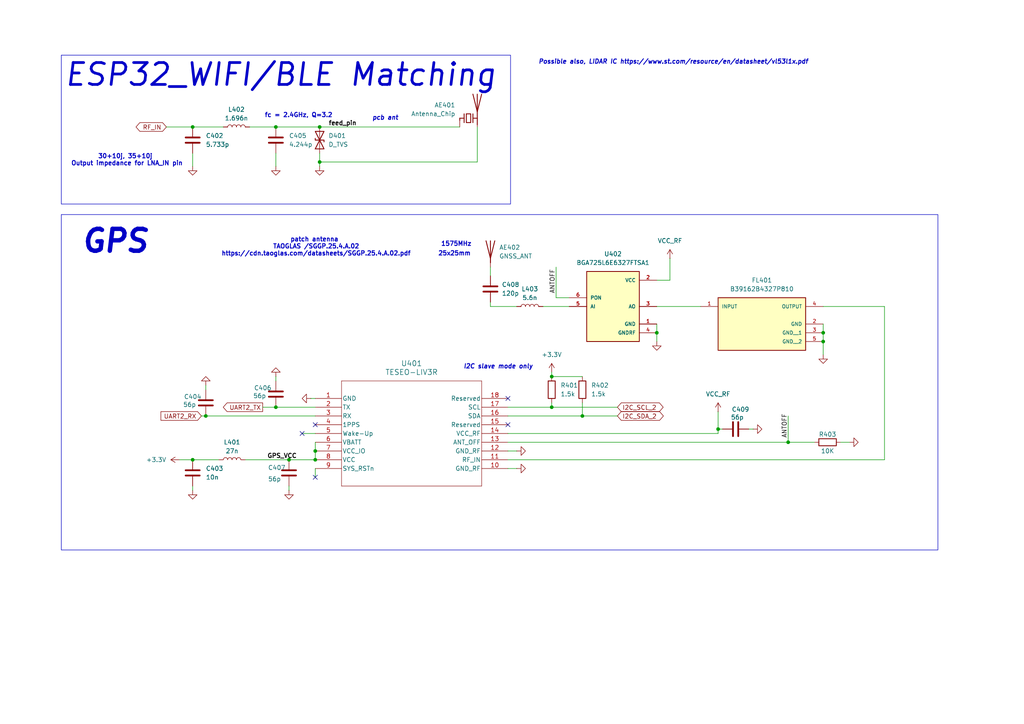
<source format=kicad_sch>
(kicad_sch (version 20250114) (generator "eeschema") (generator_version "9.0")
  (paper "A4")
  (lib_symbols
    (symbol "Device:Antenna" (pin_numbers (hide yes)) (pin_names (offset 1.016) (hide yes))
      (property "Reference" "AE" (at -1.905 1.905 0))
      (property "Value" "Antenna" (at -1.905 0 0))
      (symbol "Antenna_0_1"
        (polyline (pts (xy 0 2.54) (xy 0 -3.81)) (stroke (width 0.254)))
        (polyline (pts (xy 1.27 2.54) (xy 0 -2.54) (xy -1.27 2.54)) (stroke (width 0.254)))
      )
      (symbol "Antenna_1_1"
        (pin input line (at 0 -5.08 90) (length 2.54) (name "A") (number "1"))
      )
    )
    (symbol "Device:Antenna_Chip" (pin_numbers (hide yes)) (pin_names (offset 1.016) (hide yes))
      (property "Reference" "AE" (at 0 5.08 0))
      (property "Value" "Antenna_Chip" (at 0 3.175 0))
      (symbol "Antenna_Chip_0_1"
        (polyline (pts (xy -2.54 0) (xy -2.54 -0.635)) (stroke (width 0.254)))
        (polyline (pts (xy -2.54 0) (xy -1.27 0)) (stroke (width 0.254)))
        (polyline (pts (xy -1.27 1.27) (xy -1.27 -1.27) (xy -1.27 0)) (stroke (width 0.254)))
        (polyline (pts (xy -0.635 1.27) (xy 0.635 1.27) (xy 0.635 -1.27) (xy -0.635 -1.27) (xy -0.635 1.27)) (stroke (width 0.254)))
        (polyline (pts (xy 1.27 1.27) (xy 1.27 -1.27)) (stroke (width 0.254)))
        (polyline (pts (xy 1.27 0) (xy 2.54 0)) (stroke (width 0.254)))
        (polyline (pts (xy 2.54 6.985) (xy 2.54 -1.905)) (stroke (width 0.254)))
        (polyline (pts (xy 2.54 -0.635) (xy 2.54 0)))
        (polyline (pts (xy 3.81 6.985) (xy 2.54 1.905) (xy 1.27 6.985)) (stroke (width 0.254)))
      )
      (symbol "Antenna_Chip_1_1"
        (pin input line (at -2.54 -2.54 90) (length 2.54) (name "FEED") (number "1"))
        (pin passive line (at 2.54 -2.54 90) (length 2.54) (name "PCB_Trace") (number "2"))
      )
    )
    (symbol "Device:C" (pin_numbers (hide yes)) (pin_names (offset 0.254))
      (property "Reference" "C" (at 0.635 2.54 0))
      (property "Value" "C" (at 0.635 -2.54 0))
      (symbol "C_0_1"
        (polyline (pts (xy -2.032 0.762) (xy 2.032 0.762)) (stroke (width 0.508)))
        (polyline (pts (xy -2.032 -0.762) (xy 2.032 -0.762)) (stroke (width 0.508)))
      )
      (symbol "C_1_1"
        (pin passive line (at 0 3.81 270) (length 2.794) (name "~") (number "1"))
        (pin passive line (at 0 -3.81 90) (length 2.794) (name "~") (number "2"))
      )
    )
    (symbol "Device:D_TVS" (pin_numbers (hide yes)) (pin_names (offset 1.016) (hide yes))
      (property "Reference" "D" (at 0 2.54 0))
      (property "Value" "D_TVS" (at 0 -2.54 0))
      (symbol "D_TVS_0_1"
        (polyline (pts (xy -2.54 1.27) (xy -2.54 -1.27) (xy 2.54 1.27) (xy 2.54 -1.27) (xy -2.54 1.27)) (stroke (width 0.254)))
        (polyline (pts (xy 0.508 1.27) (xy 0 1.27) (xy 0 -1.27) (xy -0.508 -1.27)) (stroke (width 0.254)))
        (polyline (pts (xy 1.27 0) (xy -1.27 0)))
      )
      (symbol "D_TVS_1_1"
        (pin passive line (at -3.81 0 0) (length 2.54) (name "A1") (number "1"))
        (pin passive line (at 3.81 0 180) (length 2.54) (name "A2") (number "2"))
      )
    )
    (symbol "Device:L" (pin_numbers (hide yes)) (pin_names (offset 1.016) (hide yes))
      (property "Reference" "L" (at -1.27 0 90))
      (property "Value" "L" (at 1.905 0 90))
      (symbol "L_0_1"
        (arc (start 0 2.54) (mid 0.6323 1.905) (end 0 1.27))
        (arc (start 0 1.27) (mid 0.6323 0.635) (end 0 0))
        (arc (start 0 0) (mid 0.6323 -0.635) (end 0 -1.27))
        (arc (start 0 -1.27) (mid 0.6323 -1.905) (end 0 -2.54))
      )
      (symbol "L_1_1"
        (pin passive line (at 0 3.81 270) (length 1.27) (name "1") (number "1"))
        (pin passive line (at 0 -3.81 90) (length 1.27) (name "2") (number "2"))
      )
    )
    (symbol "Device:R" (pin_numbers (hide yes)) (pin_names (offset 0))
      (property "Reference" "R" (at 2.032 0 90))
      (property "Value" "R" (at 0 0 90))
      (symbol "R_0_1"
        (rectangle (start -1.016 -2.54) (end 1.016 2.54) (stroke (width 0.254)))
      )
      (symbol "R_1_1"
        (pin passive line (at 0 3.81 270) (length 1.27) (name "~") (number "1"))
        (pin passive line (at 0 -3.81 90) (length 1.27) (name "~") (number "2"))
      )
    )
    (symbol "Non_KiCad_Symbols:B39162B4327P810" (pin_names (offset 1.016))
      (property "Reference" "FL" (at -12.7 5.588 0))
      (property "Value" "B39162B4327P810" (at -12.7 -12.7 0))
      (symbol "B39162B4327P810_0_0"
        (rectangle (start -12.7 -10.16) (end 12.7 5.08) (stroke (width 0.254)) (fill (type background)))
        (pin input line (at -17.78 2.54 0) (length 5.08) (name "INPUT") (number "1"))
        (pin output line (at 17.78 2.54 180) (length 5.08) (name "OUTPUT") (number "4"))
        (pin power_in line (at 17.78 -2.54 180) (length 5.08) (name "GND") (number "2"))
        (pin power_in line (at 17.78 -5.08 180) (length 5.08) (name "GND__1") (number "3"))
        (pin power_in line (at 17.78 -7.62 180) (length 5.08) (name "GND__2") (number "5"))
      )
    )
    (symbol "Non_KiCad_Symbols:BGA725L6E6327FTSA1" (pin_names (offset 1.016))
      (property "Reference" "U" (at -7.62 10.668 0))
      (property "Value" "BGA725L6E6327FTSA1" (at -7.62 -12.7 0))
      (symbol "BGA725L6E6327FTSA1_0_0"
        (rectangle (start -7.62 -10.16) (end 7.62 10.16) (stroke (width 0.254)) (fill (type background)))
        (pin input line (at -12.7 2.54 0) (length 5.08) (name "PON") (number "6"))
        (pin input line (at -12.7 0 0) (length 5.08) (name "AI") (number "5"))
        (pin power_in line (at 12.7 7.62 180) (length 5.08) (name "VCC") (number "2"))
        (pin output line (at 12.7 0 180) (length 5.08) (name "AO") (number "3"))
        (pin power_in line (at 12.7 -5.08 180) (length 5.08) (name "GND") (number "1"))
        (pin power_in line (at 12.7 -7.62 180) (length 5.08) (name "GNDRF") (number "4"))
      )
    )
    (symbol "Non_KiCad_Symbols:TESEO-LIV3R" (pin_names (offset 0.254))
      (property "Reference" "U" (at 27.94 10.16 0))
      (property "Value" "TESEO-LIV3R" (at 27.94 7.62 0))
      (symbol "TESEO-LIV3R_0_1"
        (polyline (pts (xy 7.62 5.08) (xy 7.62 -25.4)) (stroke (width 0.127)))
        (polyline (pts (xy 7.62 -25.4) (xy 48.26 -25.4)) (stroke (width 0.127)))
        (polyline (pts (xy 48.26 5.08) (xy 7.62 5.08)) (stroke (width 0.127)))
        (polyline (pts (xy 48.26 -25.4) (xy 48.26 5.08)) (stroke (width 0.127)))
        (pin power_out line (at 0 0 0) (length 7.62) (name "GND") (number "1"))
        (pin unspecified line (at 0 -2.54 0) (length 7.62) (name "TX") (number "2"))
        (pin unspecified line (at 0 -5.08 0) (length 7.62) (name "RX") (number "3"))
        (pin unspecified line (at 0 -7.62 0) (length 7.62) (name "1PPS") (number "4"))
        (pin unspecified line (at 0 -10.16 0) (length 7.62) (name "Wake-Up") (number "5"))
        (pin unspecified line (at 0 -12.7 0) (length 7.62) (name "VBATT") (number "6"))
        (pin power_in line (at 0 -15.24 0) (length 7.62) (name "VCC_IO") (number "7"))
        (pin power_in line (at 0 -17.78 0) (length 7.62) (name "VCC") (number "8"))
        (pin unspecified line (at 0 -20.32 0) (length 7.62) (name "SYS_RSTn") (number "9"))
        (pin unspecified line (at 55.88 0 180) (length 7.62) (name "Reserved") (number "18"))
        (pin unspecified line (at 55.88 -2.54 180) (length 7.62) (name "SCL") (number "17"))
        (pin unspecified line (at 55.88 -5.08 180) (length 7.62) (name "SDA") (number "16"))
        (pin unspecified line (at 55.88 -7.62 180) (length 7.62) (name "Reserved") (number "15"))
        (pin power_in line (at 55.88 -10.16 180) (length 7.62) (name "VCC_RF") (number "14"))
        (pin unspecified line (at 55.88 -12.7 180) (length 7.62) (name "ANT_OFF") (number "13"))
        (pin power_out line (at 55.88 -15.24 180) (length 7.62) (name "GND_RF") (number "12"))
        (pin unspecified line (at 55.88 -17.78 180) (length 7.62) (name "RF_IN") (number "11"))
        (pin power_out line (at 55.88 -20.32 180) (length 7.62) (name "GND_RF") (number "10"))
      )
    )
    (symbol "power:+3.3V" (power) (pin_numbers (hide yes)) (pin_names (offset 0) (hide yes))
      (property "Value" "+3.3V" (at 0 3.556 0))
      (symbol "+3.3V_0_1"
        (polyline (pts (xy -0.762 1.27) (xy 0 2.54)))
        (polyline (pts (xy 0 2.54) (xy 0.762 1.27)))
        (polyline (pts (xy 0 0) (xy 0 2.54)))
      )
      (symbol "+3.3V_1_1"
        (pin power_in line (at 0 0 90) (length 0) (name "~") (number "1"))
      )
    )
    (symbol "power:GND" (power) (pin_numbers (hide yes)) (pin_names (offset 0) (hide yes))
      (property "Value" "GND" (at 0 -3.81 0))
      (symbol "GND_0_1"
        (polyline (pts (xy 0 0) (xy 0 -1.27) (xy 1.27 -1.27) (xy 0 -2.54) (xy -1.27 -1.27) (xy 0 -1.27)))
      )
      (symbol "GND_1_1"
        (pin power_in line (at 0 0 270) (length 0) (name "~") (number "1"))
      )
    )
    (symbol "power:VCC" (power) (pin_numbers (hide yes)) (pin_names (offset 0) (hide yes))
      (property "Value" "VCC" (at 0 3.556 0))
      (symbol "VCC_0_1"
        (polyline (pts (xy -0.762 1.27) (xy 0 2.54)))
        (polyline (pts (xy 0 2.54) (xy 0.762 1.27)))
        (polyline (pts (xy 0 0) (xy 0 2.54)))
      )
      (symbol "VCC_1_1"
        (pin power_in line (at 0 0 90) (length 0) (name "~") (number "1"))
      )
    )
  )
  (rectangle (start 17.78 62.23) (end 272.034 159.512))
  (rectangle (start 17.78 16.002) (end 148.082 59.182))
  (text "GPS " (at 35.814 70.104 0) (effects (font (size 6.35 6.35) (thickness 1.27) (bold yes) (italic yes))))
  (text " I2C slave mode only" (at 144.018 106.426 0) (effects (font (size 1.27 1.27) (thickness 0.254) (bold yes) (italic yes))))
  (text "pcb ant\n" (at 111.76 34.29 0) (effects (font (size 1.27 1.27) (thickness 0.254) (bold yes) (italic yes))))
  (text "Possible also, LIDAR IC https://www.st.com/resource/en/datasheet/vl53l1x.pdf\n" (at 195.326 18.034 0) (effects (font (size 1.27 1.27) (thickness 0.254) (bold yes) (italic yes))))
  (text "25x25mm\n\n\n" (at 131.826 75.692 0) (effects (font (size 1.27 1.27) (thickness 0.254) (bold yes))))
  (text "patch antenna \nTAOGLAS /SGGP.25.4.A.02\nhttps://cdn.taoglas.com/datasheets/SGGP.25.4.A.02.pdf" (at 91.694 71.628 0) (effects (font (size 1.27 1.27) (thickness 0.254) (bold yes))))
  (text "30+10j, 35+10j \nOutput impedance for LNA_IN pin\n" (at 36.83 46.482 0) (effects (font (size 1.27 1.27) (thickness 0.254) (bold yes))))
  (text "ESP32_WIFI/BLE Matching \n" (at 83.82 21.844 0) (effects (font (size 6.35 6.35) (thickness 0.7938) (italic yes))))
  (text "fc = 2.4GHz, Q=3.2\n" (at 86.614 33.528 0) (effects (font (size 1.27 1.27) (thickness 0.254) (bold yes))))
  (text "1575MHz\n" (at 132.334 70.866 0) (effects (font (size 1.27 1.27) (thickness 0.254) (bold yes))))
  (junction (at 55.88 133.35))
  (junction (at 168.91 120.65))
  (junction (at 160.02 109.22))
  (junction (at 228.6 128.27))
  (junction (at 208.28 124.46))
  (junction (at 91.44 133.35))
  (junction (at 83.82 133.35))
  (junction (at 91.44 130.81))
  (junction (at 92.71 46.99))
  (junction (at 80.01 36.83))
  (junction (at 92.71 36.83))
  (junction (at 238.76 96.52))
  (junction (at 190.5 96.52))
  (junction (at 160.02 118.11))
  (junction (at 238.76 99.06))
  (junction (at 80.01 118.11))
  (junction (at 59.69 120.65))
  (junction (at 55.88 36.83))
  (no_connect (at 91.44 138.43))
  (no_connect (at 87.63 125.73))
  (no_connect (at 91.44 123.19))
  (no_connect (at 147.32 115.57))
  (no_connect (at 147.32 123.19))
  (wire (pts (xy 190.5 88.9) (xy 203.2 88.9)))
  (wire (pts (xy 92.71 46.99) (xy 92.71 48.26)))
  (wire (pts (xy 157.48 88.9) (xy 165.1 88.9)))
  (wire (pts (xy 91.44 130.81) (xy 91.44 133.35)))
  (wire (pts (xy 160.02 116.84) (xy 160.02 118.11)))
  (wire (pts (xy 59.69 111.76) (xy 59.69 113.03)))
  (wire (pts (xy 218.44 124.46) (xy 217.17 124.46)))
  (wire (pts (xy 147.32 135.89) (xy 149.86 135.89)))
  (wire (pts (xy 147.32 120.65) (xy 168.91 120.65)))
  (wire (pts (xy 208.28 124.46) (xy 208.28 125.73)))
  (wire (pts (xy 238.76 96.52) (xy 238.76 99.06)))
  (wire (pts (xy 90.17 115.57) (xy 91.44 115.57)))
  (wire (pts (xy 80.01 44.45) (xy 80.01 48.26)))
  (wire (pts (xy 147.32 125.73) (xy 208.28 125.73)))
  (wire (pts (xy 160.02 107.95) (xy 160.02 109.22)))
  (wire (pts (xy 83.82 133.35) (xy 91.44 133.35)))
  (wire (pts (xy 228.6 128.27) (xy 236.22 128.27)))
  (wire (pts (xy 92.71 36.83) (xy 133.35 36.83)))
  (wire (pts (xy 91.44 135.89) (xy 91.44 138.43)))
  (wire (pts (xy 238.76 88.9) (xy 256.54 88.9)))
  (wire (pts (xy 147.32 130.81) (xy 149.86 130.81)))
  (wire (pts (xy 228.6 120.65) (xy 228.6 128.27)))
  (wire (pts (xy 55.88 133.35) (xy 52.07 133.35)))
  (wire (pts (xy 48.26 36.83) (xy 55.88 36.83)))
  (wire (pts (xy 160.02 109.22) (xy 168.91 109.22)))
  (wire (pts (xy 58.42 120.65) (xy 59.69 120.65)))
  (wire (pts (xy 59.69 120.65) (xy 91.44 120.65)))
  (wire (pts (xy 142.24 77.47) (xy 142.24 80.01)))
  (wire (pts (xy 76.2 118.11) (xy 80.01 118.11)))
  (wire (pts (xy 55.88 133.35) (xy 63.5 133.35)))
  (wire (pts (xy 190.5 96.52) (xy 190.5 99.06)))
  (wire (pts (xy 243.84 128.27) (xy 246.38 128.27)))
  (wire (pts (xy 142.24 88.9) (xy 149.86 88.9)))
  (wire (pts (xy 80.01 118.11) (xy 91.44 118.11)))
  (wire (pts (xy 168.91 116.84) (xy 168.91 120.65)))
  (wire (pts (xy 55.88 36.83) (xy 64.77 36.83)))
  (wire (pts (xy 138.43 36.83) (xy 138.43 46.99)))
  (wire (pts (xy 165.1 86.36) (xy 161.29 86.36)))
  (wire (pts (xy 168.91 120.65) (xy 179.07 120.65)))
  (wire (pts (xy 80.01 109.22) (xy 80.01 110.49)))
  (wire (pts (xy 238.76 99.06) (xy 238.76 102.87)))
  (wire (pts (xy 208.28 124.46) (xy 209.55 124.46)))
  (wire (pts (xy 256.54 88.9) (xy 256.54 133.35)))
  (wire (pts (xy 194.31 74.93) (xy 194.31 81.28)))
  (wire (pts (xy 147.32 118.11) (xy 160.02 118.11)))
  (wire (pts (xy 92.71 44.45) (xy 92.71 46.99)))
  (wire (pts (xy 83.82 142.24) (xy 83.82 140.97)))
  (wire (pts (xy 147.32 128.27) (xy 228.6 128.27)))
  (wire (pts (xy 91.44 128.27) (xy 91.44 130.81)))
  (wire (pts (xy 87.63 125.73) (xy 91.44 125.73)))
  (wire (pts (xy 194.31 81.28) (xy 190.5 81.28)))
  (wire (pts (xy 80.01 36.83) (xy 92.71 36.83)))
  (wire (pts (xy 55.88 44.45) (xy 55.88 48.26)))
  (wire (pts (xy 190.5 93.98) (xy 190.5 96.52)))
  (wire (pts (xy 72.39 36.83) (xy 80.01 36.83)))
  (wire (pts (xy 55.88 140.97) (xy 55.88 142.24)))
  (wire (pts (xy 208.28 119.38) (xy 208.28 124.46)))
  (wire (pts (xy 238.76 93.98) (xy 238.76 96.52)))
  (wire (pts (xy 256.54 133.35) (xy 147.32 133.35)))
  (wire (pts (xy 142.24 87.63) (xy 142.24 88.9)))
  (wire (pts (xy 138.43 46.99) (xy 92.71 46.99)))
  (wire (pts (xy 71.12 133.35) (xy 83.82 133.35)))
  (wire (pts (xy 161.29 77.47) (xy 161.29 86.36)))
  (wire (pts (xy 160.02 118.11) (xy 179.07 118.11)))
  (label "ANTOFF" (at 228.6 127 90))
  (label "feed_pin" (at 95.25 36.83 0) (effects (font (thickness 0.254) (bold yes))))
  (label "ANTOFF" (at 161.29 85.09 90))
  (label "GPS_VCC" (at 77.47 133.35 0) (effects (font (thickness 0.254) (bold yes))))
  (global_label "RF_IN" (shape bidirectional) (at 48.26 36.83 180) (property "Intersheetrefs" "${INTERSHEET_REFS}" (effects (hide yes))))
  (global_label "I2C_SCL_2" (shape bidirectional) (at 179.07 118.11 0) (property "Intersheetrefs" "${INTERSHEET_REFS}" (effects (hide yes))))
  (global_label "UART2_TX" (shape output) (at 76.2 118.11 180) (property "Intersheetrefs" "${INTERSHEET_REFS}" (effects (hide yes))))
  (global_label "I2C_SDA_2" (shape bidirectional) (at 179.07 120.65 0) (property "Intersheetrefs" "${INTERSHEET_REFS}" (effects (hide yes))))
  (global_label "UART2_RX" (shape input) (at 58.42 120.65 180) (property "Intersheetrefs" "${INTERSHEET_REFS}" (effects (hide yes))))
  (symbol (lib_id "Non_KiCad_Symbols:BGA725L6E6327FTSA1") (at 177.8 88.9 0) (unit 1)
    (property "Reference" "U402" (at 177.8 73.66 0))
    (property "Value" "BGA725L6E6327FTSA1" (at 177.8 76.2 0))
    (property "Footprint" "RF:AMP_BGA725L6E6327FTSA1" (effects (hide yes)))
    (property "PARTREV" "2.0" (effects (hide yes)))
    (property "STANDARD" "Manufacturer Recommendations" (effects (hide yes)))
    (property "MAXIMUM_PACKAGE_HEIGHT" "0.4mm" (effects (hide yes)))
    (property "MANUFACTURER" "Infineon" (effects (hide yes)))
  )
  (symbol (lib_id "Non_KiCad_Symbols:B39162B4327P810") (at 220.98 91.44 0) (unit 1)
    (property "Reference" "FL401" (at 220.98 81.28 0))
    (property "Value" "B39162B4327P810" (at 220.98 83.82 0))
    (property "Footprint" "RF:FIL_B39162B4327P810" (effects (hide yes)))
    (property "PARTREV" "October 25, 2019" (effects (hide yes)))
    (property "STANDARD" "Manufacturer Recommendations" (effects (hide yes)))
    (property "MAXIMUM_PACKAGE_HEIGHT" "0.45mm" (effects (hide yes)))
    (property "MANUFACTURER" "Qualcomm" (effects (hide yes)))
  )
  (symbol (lib_id "power:GND") (at 218.44 124.46 90) (unit 1)
    (property "Reference" "#PWR0418" (effects (hide yes)))
    (property "Value" "GND" (effects (hide yes)))
    (property "Description" "Power symbol creates a global label with name \"GND\" , ground" (effects (hide yes)))
  )
  (symbol (lib_id "power:GND") (at 149.86 135.89 90) (unit 1)
    (property "Reference" "#PWR0413" (effects (hide yes)))
    (property "Value" "GND" (effects (hide yes)))
    (property "Description" "Power symbol creates a global label with name \"GND\" , ground" (effects (hide yes)))
  )
  (symbol (lib_id "Device:L") (at 68.58 36.83 90) (unit 1)
    (property "Reference" "L402" (at 68.58 31.75 90))
    (property "Value" "1.696n" (at 68.58 34.29 90))
    (property "Footprint" "Inductor_SMD:L_0201_0603Metric_Pad0.64x0.40mm_HandSolder" (effects (hide yes)))
    (property "Description" "Inductor" (effects (hide yes)))
  )
  (symbol (lib_id "power:GND") (at 80.01 48.26 0) (unit 1)
    (property "Reference" "#PWR0406" (effects (hide yes)))
    (property "Value" "GND" (effects (hide yes)))
    (property "Description" "Power symbol creates a global label with name \"GND\" , ground" (effects (hide yes)))
  )
  (symbol (lib_id "power:VCC") (at 208.28 119.38 0) (unit 1)
    (property "Reference" "#PWR0417" (effects (hide yes)))
    (property "Value" "VCC_RF" (at 208.28 114.3 0))
    (property "Description" "Power symbol creates a global label with name \"VCC\"" (effects (hide yes)))
  )
  (symbol (lib_id "power:GND") (at 149.86 130.81 90) (unit 1)
    (property "Reference" "#PWR0412" (effects (hide yes)))
    (property "Value" "GND" (effects (hide yes)))
    (property "Description" "Power symbol creates a global label with name \"GND\" , ground" (effects (hide yes)))
  )
  (symbol (lib_id "power:+3.3V") (at 52.07 133.35 90) (unit 1)
    (property "Reference" "#PWR0402" (effects (hide yes)))
    (property "Value" "+3.3V" (at 48.26 133.3499 90) (effects (justify left)))
    (property "Description" "Power symbol creates a global label with name \"+3.3V\"" (effects (hide yes)))
  )
  (symbol (lib_id "Device:C") (at 59.69 116.84 0) (unit 1)
    (property "Reference" "C404" (at 53.34 115.062 0) (effects (justify left)))
    (property "Value" "56p" (at 53.086 117.348 0) (effects (justify left)))
    (property "Footprint" "Capacitor_SMD:C_0402_1005Metric_Pad0.74x0.62mm_HandSolder" (effects (hide yes)))
    (property "Description" "Unpolarized capacitor" (effects (hide yes)))
  )
  (symbol (lib_id "power:GND") (at 83.82 142.24 0) (unit 1)
    (property "Reference" "#PWR0408" (effects (hide yes)))
    (property "Value" "GND" (effects (hide yes)))
    (property "Description" "Power symbol creates a global label with name \"GND\" , ground" (effects (hide yes)))
  )
  (symbol (lib_id "Device:R") (at 168.91 113.03 0) (unit 1)
    (property "Reference" "R402" (at 171.45 111.7599 0) (effects (justify left)))
    (property "Value" "1.5k" (at 171.45 114.2999 0) (effects (justify left)))
    (property "Footprint" "Resistor_SMD:R_0402_1005Metric_Pad0.72x0.64mm_HandSolder" (effects (hide yes)))
    (property "Description" "Resistor" (effects (hide yes)))
  )
  (symbol (lib_id "Device:C") (at 213.36 124.46 270) (unit 1)
    (property "Reference" "C409" (at 212.217 118.745 90) (effects (justify left)))
    (property "Value" "56p" (at 211.963 121.031 90) (effects (justify left)))
    (property "Footprint" "Capacitor_SMD:C_0402_1005Metric_Pad0.74x0.62mm_HandSolder" (effects (hide yes)))
    (property "Description" "Unpolarized capacitor" (effects (hide yes)))
  )
  (symbol (lib_id "Device:C") (at 83.82 137.16 0) (unit 1)
    (property "Reference" "C407" (at 77.724 135.636 0) (effects (justify left)))
    (property "Value" "56p" (at 77.724 138.938 0) (effects (justify left)))
    (property "Footprint" "Capacitor_SMD:C_0402_1005Metric_Pad0.74x0.62mm_HandSolder" (effects (hide yes)))
    (property "Description" "Unpolarized capacitor" (effects (hide yes)))
  )
  (symbol (lib_id "power:GND") (at 238.76 102.87 0) (unit 1)
    (property "Reference" "#PWR0419" (effects (hide yes)))
    (property "Value" "GND" (effects (hide yes)))
    (property "Description" "Power symbol creates a global label with name \"GND\" , ground" (effects (hide yes)))
  )
  (symbol (lib_id "Device:Antenna") (at 142.24 72.39 0) (unit 1)
    (property "Reference" "AE402" (at 144.78 71.7549 0) (effects (justify left)))
    (property "Value" "GNSS_ANT" (at 144.78 74.2949 0) (effects (justify left)))
    (property "Footprint" "RF_Antenna:SGGP.25.4.A.02_TAL" (effects (hide yes)))
    (property "Description" "Antenna" (effects (hide yes)))
  )
  (symbol (lib_id "Device:C") (at 80.01 40.64 0) (unit 1)
    (property "Reference" "C405" (at 83.82 39.3699 0) (effects (justify left)))
    (property "Value" "4.244p" (at 83.82 41.9099 0) (effects (justify left)))
    (property "Footprint" "Capacitor_SMD:C_0201_0603Metric_Pad0.64x0.40mm_HandSolder" (effects (hide yes)))
    (property "Description" "Unpolarized capacitor" (effects (hide yes)))
  )
  (symbol (lib_id "power:GND") (at 55.88 142.24 0) (unit 1)
    (property "Reference" "#PWR0404" (effects (hide yes)))
    (property "Value" "GND" (effects (hide yes)))
    (property "Description" "Power symbol creates a global label with name \"GND\" , ground" (effects (hide yes)))
  )
  (symbol (lib_id "power:GND") (at 92.71 48.26 0) (unit 1)
    (property "Reference" "#PWR0410" (effects (hide yes)))
    (property "Value" "GND" (effects (hide yes)))
    (property "Description" "Power symbol creates a global label with name \"GND\" , ground" (effects (hide yes)))
  )
  (symbol (lib_id "Device:C") (at 55.88 40.64 0) (unit 1)
    (property "Reference" "C402" (at 59.69 39.3699 0) (effects (justify left)))
    (property "Value" "5.733p" (at 59.69 41.9099 0) (effects (justify left)))
    (property "Footprint" "Capacitor_SMD:C_0201_0603Metric_Pad0.64x0.40mm_HandSolder" (effects (hide yes)))
    (property "Description" "Unpolarized capacitor" (effects (hide yes)))
  )
  (symbol (lib_id "power:+3.3V") (at 160.02 107.95 0) (unit 1)
    (property "Reference" "#PWR0414" (effects (hide yes)))
    (property "Value" "+3.3V" (at 160.02 102.87 0))
    (property "Description" "Power symbol creates a global label with name \"+3.3V\"" (effects (hide yes)))
  )
  (symbol (lib_id "Device:C") (at 80.01 114.3 0) (unit 1)
    (property "Reference" "C406" (at 73.66 112.522 0) (effects (justify left)))
    (property "Value" "56p" (at 73.406 114.808 0) (effects (justify left)))
    (property "Footprint" "Capacitor_SMD:C_0402_1005Metric_Pad0.74x0.62mm_HandSolder" (effects (hide yes)))
    (property "Description" "Unpolarized capacitor" (effects (hide yes)))
  )
  (symbol (lib_id "Device:L") (at 153.67 88.9 90) (unit 1)
    (property "Reference" "L403" (at 153.67 83.82 90))
    (property "Value" "5.6n" (at 153.67 86.36 90))
    (property "Footprint" "Inductor_SMD:L_0402_1005Metric_Pad0.77x0.64mm_HandSolder" (effects (hide yes)))
    (property "Description" "Inductor" (effects (hide yes)))
  )
  (symbol (lib_id "Device:R") (at 160.02 113.03 0) (unit 1)
    (property "Reference" "R401" (at 162.56 111.7599 0) (effects (justify left)))
    (property "Value" "1.5k" (at 162.56 114.2999 0) (effects (justify left)))
    (property "Footprint" "Resistor_SMD:R_0402_1005Metric_Pad0.72x0.64mm_HandSolder" (effects (hide yes)))
    (property "Description" "Resistor" (effects (hide yes)))
  )
  (symbol (lib_id "power:GND") (at 90.17 115.57 270) (unit 1)
    (property "Reference" "#PWR0409" (effects (hide yes)))
    (property "Value" "GND" (effects (hide yes)))
    (property "Description" "Power symbol creates a global label with name \"GND\" , ground" (effects (hide yes)))
  )
  (symbol (lib_id "Non_KiCad_Symbols:TESEO-LIV3R") (at 91.44 115.57 0) (unit 1)
    (property "Reference" "U401" (at 119.38 105.41 0) (effects (font (size 1.524 1.524))))
    (property "Value" "TESEO-LIV3R" (at 119.38 107.95 0) (effects (font (size 1.524 1.524))))
    (property "Footprint" "RF:ARRAY_LIV3R_STM" (effects (hide yes)))
    (property "Datasheet" "https://www.st.com/resource/en/datasheet/teseo-liv3r.pdf" (effects (hide yes)))
  )
  (symbol (lib_id "power:GND") (at 190.5 99.06 0) (unit 1)
    (property "Reference" "#PWR0415" (effects (hide yes)))
    (property "Value" "GND" (effects (hide yes)))
    (property "Description" "Power symbol creates a global label with name \"GND\" , ground" (effects (hide yes)))
  )
  (symbol (lib_id "Device:C") (at 142.24 83.82 0) (unit 1)
    (property "Reference" "C408" (at 145.542 82.55 0) (effects (justify left)))
    (property "Value" "120p" (at 145.542 85.09 0) (effects (justify left)))
    (property "Footprint" "Capacitor_SMD:C_0402_1005Metric_Pad0.74x0.62mm_HandSolder" (effects (hide yes)))
    (property "Description" "Unpolarized capacitor" (effects (hide yes)))
  )
  (symbol (lib_id "power:GND") (at 59.69 111.76 180) (unit 1)
    (property "Reference" "#PWR0405" (effects (hide yes)))
    (property "Value" "GND" (effects (hide yes)))
    (property "Description" "Power symbol creates a global label with name \"GND\" , ground" (effects (hide yes)))
  )
  (symbol (lib_id "Device:L") (at 67.31 133.35 90) (unit 1)
    (property "Reference" "L401" (at 67.31 128.27 90))
    (property "Value" "27n" (at 67.31 130.81 90))
    (property "Footprint" "Inductor_SMD:L_0402_1005Metric_Pad0.77x0.64mm_HandSolder" (effects (hide yes)))
    (property "Description" "Inductor" (effects (hide yes)))
  )
  (symbol (lib_id "power:GND") (at 246.38 128.27 90) (unit 1)
    (property "Reference" "#PWR0420" (effects (hide yes)))
    (property "Value" "GND" (effects (hide yes)))
    (property "Description" "Power symbol creates a global label with name \"GND\" , ground" (effects (hide yes)))
  )
  (symbol (lib_id "Device:R") (at 240.03 128.27 270) (unit 1)
    (property "Reference" "R403" (at 240.03 125.984 90))
    (property "Value" "10K" (at 240.03 130.81 90))
    (property "Footprint" "Resistor_SMD:R_0402_1005Metric_Pad0.72x0.64mm_HandSolder" (effects (hide yes)))
    (property "Description" "Resistor" (effects (hide yes)))
  )
  (symbol (lib_id "power:VCC") (at 194.31 74.93 0) (unit 1)
    (property "Reference" "#PWR0416" (effects (hide yes)))
    (property "Value" "VCC_RF" (at 194.31 69.85 0))
    (property "Description" "Power symbol creates a global label with name \"VCC\"" (effects (hide yes)))
  )
  (symbol (lib_id "Device:C") (at 55.88 137.16 0) (unit 1)
    (property "Reference" "C403" (at 59.69 135.8899 0) (effects (justify left)))
    (property "Value" "10n" (at 59.69 138.4299 0) (effects (justify left)))
    (property "Footprint" "Capacitor_SMD:C_0402_1005Metric_Pad0.74x0.62mm_HandSolder" (effects (hide yes)))
    (property "Description" "Unpolarized capacitor" (effects (hide yes)))
  )
  (symbol (lib_id "Device:Antenna_Chip") (at 135.89 34.29 0) (unit 1)
    (property "Reference" "AE401" (at 132.08 30.4799 0) (effects (justify right)))
    (property "Value" "Antenna_Chip" (at 132.08 33.0199 0) (effects (justify right)))
    (property "Footprint" "RF_extra:IFA_2.45_TI" (effects (hide yes)))
    (property "Description" "Ceramic chip antenna with pin for PCB trace" (effects (hide yes)))
  )
  (symbol (lib_id "power:GND") (at 80.01 109.22 180) (unit 1)
    (property "Reference" "#PWR0407" (effects (hide yes)))
    (property "Value" "GND" (effects (hide yes)))
    (property "Description" "Power symbol creates a global label with name \"GND\" , ground" (effects (hide yes)))
  )
  (symbol (lib_id "power:GND") (at 55.88 48.26 0) (unit 1)
    (property "Reference" "#PWR0403" (effects (hide yes)))
    (property "Value" "GND" (effects (hide yes)))
    (property "Description" "Power symbol creates a global label with name \"GND\" , ground" (effects (hide yes)))
  )
  (symbol (lib_id "Device:D_TVS") (at 92.71 40.64 90) (unit 1)
    (property "Reference" "D401" (at 95.25 39.3699 90) (effects (justify right)))
    (property "Value" "D_TVS" (at 95.25 41.9099 90) (effects (justify right)))
    (property "Footprint" "Diode_SMD:D_0402_1005Metric_Pad0.77x0.64mm_HandSolder" (effects (hide yes)))
    (property "Description" "Bidirectional transient-voltage-suppression diode" (effects (hide yes)))
  )
)
</source>
